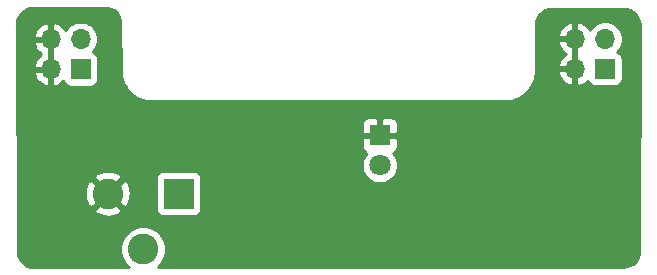
<source format=gbr>
G04 #@! TF.GenerationSoftware,KiCad,Pcbnew,5.1.5-52549c5~84~ubuntu18.04.1*
G04 #@! TF.CreationDate,2020-03-09T20:57:05+05:30*
G04 #@! TF.ProjectId,esdm,6573646d-2e6b-4696-9361-645f70636258,rev?*
G04 #@! TF.SameCoordinates,Original*
G04 #@! TF.FileFunction,Copper,L2,Bot*
G04 #@! TF.FilePolarity,Positive*
%FSLAX46Y46*%
G04 Gerber Fmt 4.6, Leading zero omitted, Abs format (unit mm)*
G04 Created by KiCad (PCBNEW 5.1.5-52549c5~84~ubuntu18.04.1) date 2020-03-09 20:57:05*
%MOMM*%
%LPD*%
G04 APERTURE LIST*
%ADD10R,2.600000X2.600000*%
%ADD11C,2.600000*%
%ADD12R,1.800000X1.800000*%
%ADD13C,1.800000*%
%ADD14R,1.700000X1.700000*%
%ADD15O,1.700000X1.700000*%
%ADD16C,0.254000*%
G04 APERTURE END LIST*
D10*
X129380000Y-72350000D03*
D11*
X123380000Y-72350000D03*
X126380000Y-77050000D03*
D12*
X146410000Y-67410000D03*
D13*
X146410000Y-69950000D03*
D14*
X165480000Y-61790000D03*
D15*
X165480000Y-59250000D03*
X162940000Y-61790000D03*
X162940000Y-59250000D03*
X118540000Y-59270000D03*
X118540000Y-61810000D03*
X121080000Y-59270000D03*
D14*
X121080000Y-61810000D03*
D16*
G36*
X123411889Y-56627863D02*
G01*
X123654184Y-56701016D01*
X123877658Y-56819839D01*
X124073792Y-56979802D01*
X124235125Y-57174818D01*
X124355505Y-57397456D01*
X124430347Y-57639236D01*
X124460053Y-57921864D01*
X124470083Y-61954060D01*
X124472848Y-61981439D01*
X124472764Y-61993501D01*
X124473664Y-62002672D01*
X124513649Y-62383103D01*
X124525668Y-62441654D01*
X124536885Y-62500457D01*
X124539549Y-62509279D01*
X124652664Y-62874697D01*
X124675828Y-62929802D01*
X124698253Y-62985307D01*
X124702580Y-62993443D01*
X124884518Y-63329930D01*
X124917963Y-63379514D01*
X124950723Y-63429577D01*
X124956547Y-63436718D01*
X125200379Y-63731459D01*
X125242811Y-63773597D01*
X125284677Y-63816349D01*
X125291778Y-63822223D01*
X125588214Y-64063989D01*
X125638022Y-64097082D01*
X125687396Y-64130889D01*
X125695502Y-64135272D01*
X126033251Y-64314856D01*
X126088566Y-64337655D01*
X126143538Y-64361216D01*
X126152341Y-64363941D01*
X126518540Y-64474503D01*
X126577234Y-64486125D01*
X126635731Y-64498559D01*
X126644896Y-64499522D01*
X127025595Y-64536850D01*
X127025601Y-64536850D01*
X127057361Y-64539989D01*
X157032198Y-64550010D01*
X157061328Y-64547151D01*
X157073501Y-64547236D01*
X157082672Y-64546336D01*
X157463103Y-64506351D01*
X157521654Y-64494332D01*
X157580457Y-64483115D01*
X157589279Y-64480451D01*
X157954697Y-64367336D01*
X158009802Y-64344172D01*
X158065307Y-64321747D01*
X158073443Y-64317420D01*
X158409930Y-64135482D01*
X158459514Y-64102037D01*
X158509577Y-64069277D01*
X158516718Y-64063453D01*
X158811459Y-63819621D01*
X158853597Y-63777189D01*
X158896349Y-63735323D01*
X158902223Y-63728222D01*
X159143989Y-63431786D01*
X159177082Y-63381978D01*
X159210889Y-63332604D01*
X159215272Y-63324498D01*
X159394856Y-62986749D01*
X159417655Y-62931434D01*
X159441216Y-62876462D01*
X159443941Y-62867659D01*
X159554503Y-62501460D01*
X159566125Y-62442766D01*
X159578559Y-62384269D01*
X159579522Y-62375104D01*
X159601898Y-62146891D01*
X161498519Y-62146891D01*
X161595843Y-62421252D01*
X161744822Y-62671355D01*
X161939731Y-62887588D01*
X162173080Y-63061641D01*
X162435901Y-63186825D01*
X162583110Y-63231476D01*
X162813000Y-63110155D01*
X162813000Y-61917000D01*
X161619186Y-61917000D01*
X161498519Y-62146891D01*
X159601898Y-62146891D01*
X159616850Y-61994405D01*
X159616850Y-61994402D01*
X159620000Y-61962419D01*
X159620000Y-59606891D01*
X161498519Y-59606891D01*
X161595843Y-59881252D01*
X161744822Y-60131355D01*
X161939731Y-60347588D01*
X162170880Y-60520000D01*
X161939731Y-60692412D01*
X161744822Y-60908645D01*
X161595843Y-61158748D01*
X161498519Y-61433109D01*
X161619186Y-61663000D01*
X162813000Y-61663000D01*
X162813000Y-59377000D01*
X161619186Y-59377000D01*
X161498519Y-59606891D01*
X159620000Y-59606891D01*
X159620000Y-58893109D01*
X161498519Y-58893109D01*
X161619186Y-59123000D01*
X162813000Y-59123000D01*
X162813000Y-57929845D01*
X163067000Y-57929845D01*
X163067000Y-59123000D01*
X163087000Y-59123000D01*
X163087000Y-59377000D01*
X163067000Y-59377000D01*
X163067000Y-61663000D01*
X163087000Y-61663000D01*
X163087000Y-61917000D01*
X163067000Y-61917000D01*
X163067000Y-63110155D01*
X163296890Y-63231476D01*
X163444099Y-63186825D01*
X163706920Y-63061641D01*
X163940269Y-62887588D01*
X164016034Y-62803534D01*
X164040498Y-62884180D01*
X164099463Y-62994494D01*
X164178815Y-63091185D01*
X164275506Y-63170537D01*
X164385820Y-63229502D01*
X164505518Y-63265812D01*
X164630000Y-63278072D01*
X166330000Y-63278072D01*
X166454482Y-63265812D01*
X166574180Y-63229502D01*
X166684494Y-63170537D01*
X166781185Y-63091185D01*
X166860537Y-62994494D01*
X166919502Y-62884180D01*
X166955812Y-62764482D01*
X166968072Y-62640000D01*
X166968072Y-60940000D01*
X166955812Y-60815518D01*
X166919502Y-60695820D01*
X166860537Y-60585506D01*
X166781185Y-60488815D01*
X166684494Y-60409463D01*
X166574180Y-60350498D01*
X166501620Y-60328487D01*
X166633475Y-60196632D01*
X166795990Y-59953411D01*
X166907932Y-59683158D01*
X166965000Y-59396260D01*
X166965000Y-59103740D01*
X166907932Y-58816842D01*
X166795990Y-58546589D01*
X166633475Y-58303368D01*
X166426632Y-58096525D01*
X166183411Y-57934010D01*
X165913158Y-57822068D01*
X165626260Y-57765000D01*
X165333740Y-57765000D01*
X165046842Y-57822068D01*
X164776589Y-57934010D01*
X164533368Y-58096525D01*
X164326525Y-58303368D01*
X164204805Y-58485534D01*
X164135178Y-58368645D01*
X163940269Y-58152412D01*
X163706920Y-57978359D01*
X163444099Y-57853175D01*
X163296890Y-57808524D01*
X163067000Y-57929845D01*
X162813000Y-57929845D01*
X162583110Y-57808524D01*
X162435901Y-57853175D01*
X162173080Y-57978359D01*
X161939731Y-58152412D01*
X161744822Y-58368645D01*
X161595843Y-58618748D01*
X161498519Y-58893109D01*
X159620000Y-58893109D01*
X159620000Y-58062279D01*
X159647863Y-57778111D01*
X159721016Y-57535816D01*
X159839839Y-57312342D01*
X159999802Y-57116208D01*
X160194818Y-56954875D01*
X160417456Y-56834495D01*
X160659236Y-56759653D01*
X160941360Y-56730000D01*
X167077721Y-56730000D01*
X167361889Y-56757863D01*
X167604184Y-56831016D01*
X167827658Y-56949839D01*
X168023792Y-57109802D01*
X168185125Y-57304818D01*
X168305505Y-57527456D01*
X168380347Y-57769236D01*
X168409978Y-58051155D01*
X168390034Y-77197374D01*
X168362137Y-77481889D01*
X168288984Y-77724184D01*
X168170161Y-77947658D01*
X168010196Y-78143794D01*
X167815181Y-78305125D01*
X167592544Y-78425505D01*
X167350764Y-78500348D01*
X167068517Y-78530013D01*
X127612497Y-78553677D01*
X127613491Y-78553013D01*
X127883013Y-78283491D01*
X128094775Y-77966566D01*
X128240639Y-77614419D01*
X128315000Y-77240581D01*
X128315000Y-76859419D01*
X128240639Y-76485581D01*
X128094775Y-76133434D01*
X127883013Y-75816509D01*
X127613491Y-75546987D01*
X127296566Y-75335225D01*
X126944419Y-75189361D01*
X126570581Y-75115000D01*
X126189419Y-75115000D01*
X125815581Y-75189361D01*
X125463434Y-75335225D01*
X125146509Y-75546987D01*
X124876987Y-75816509D01*
X124665225Y-76133434D01*
X124519361Y-76485581D01*
X124445000Y-76859419D01*
X124445000Y-77240581D01*
X124519361Y-77614419D01*
X124665225Y-77966566D01*
X124876987Y-78283491D01*
X125146509Y-78553013D01*
X125149714Y-78555154D01*
X117102086Y-78559981D01*
X116818111Y-78532137D01*
X116575816Y-78458984D01*
X116352342Y-78340161D01*
X116156206Y-78180196D01*
X115994875Y-77985181D01*
X115874495Y-77762544D01*
X115799652Y-77520764D01*
X115769934Y-77238017D01*
X115758945Y-73699224D01*
X122210381Y-73699224D01*
X122342317Y-73994312D01*
X122683045Y-74165159D01*
X123050557Y-74266250D01*
X123430729Y-74293701D01*
X123808951Y-74246457D01*
X124170690Y-74126333D01*
X124417683Y-73994312D01*
X124549619Y-73699224D01*
X123380000Y-72529605D01*
X122210381Y-73699224D01*
X115758945Y-73699224D01*
X115754912Y-72400729D01*
X121436299Y-72400729D01*
X121483543Y-72778951D01*
X121603667Y-73140690D01*
X121735688Y-73387683D01*
X122030776Y-73519619D01*
X123200395Y-72350000D01*
X123559605Y-72350000D01*
X124729224Y-73519619D01*
X125024312Y-73387683D01*
X125195159Y-73046955D01*
X125296250Y-72679443D01*
X125323701Y-72299271D01*
X125276457Y-71921049D01*
X125156333Y-71559310D01*
X125024312Y-71312317D01*
X124729224Y-71180381D01*
X123559605Y-72350000D01*
X123200395Y-72350000D01*
X122030776Y-71180381D01*
X121735688Y-71312317D01*
X121564841Y-71653045D01*
X121463750Y-72020557D01*
X121436299Y-72400729D01*
X115754912Y-72400729D01*
X115750565Y-71000776D01*
X122210381Y-71000776D01*
X123380000Y-72170395D01*
X124500395Y-71050000D01*
X127441928Y-71050000D01*
X127441928Y-73650000D01*
X127454188Y-73774482D01*
X127490498Y-73894180D01*
X127549463Y-74004494D01*
X127628815Y-74101185D01*
X127725506Y-74180537D01*
X127835820Y-74239502D01*
X127955518Y-74275812D01*
X128080000Y-74288072D01*
X130680000Y-74288072D01*
X130804482Y-74275812D01*
X130924180Y-74239502D01*
X131034494Y-74180537D01*
X131131185Y-74101185D01*
X131210537Y-74004494D01*
X131269502Y-73894180D01*
X131305812Y-73774482D01*
X131318072Y-73650000D01*
X131318072Y-71050000D01*
X131305812Y-70925518D01*
X131269502Y-70805820D01*
X131210537Y-70695506D01*
X131131185Y-70598815D01*
X131034494Y-70519463D01*
X130924180Y-70460498D01*
X130804482Y-70424188D01*
X130680000Y-70411928D01*
X128080000Y-70411928D01*
X127955518Y-70424188D01*
X127835820Y-70460498D01*
X127725506Y-70519463D01*
X127628815Y-70598815D01*
X127549463Y-70695506D01*
X127490498Y-70805820D01*
X127454188Y-70925518D01*
X127441928Y-71050000D01*
X124500395Y-71050000D01*
X124549619Y-71000776D01*
X124417683Y-70705688D01*
X124076955Y-70534841D01*
X123709443Y-70433750D01*
X123329271Y-70406299D01*
X122951049Y-70453543D01*
X122589310Y-70573667D01*
X122342317Y-70705688D01*
X122210381Y-71000776D01*
X115750565Y-71000776D01*
X115742209Y-68310000D01*
X144871928Y-68310000D01*
X144884188Y-68434482D01*
X144920498Y-68554180D01*
X144979463Y-68664494D01*
X145058815Y-68761185D01*
X145155506Y-68840537D01*
X145265820Y-68899502D01*
X145284127Y-68905056D01*
X145217688Y-68971495D01*
X145049701Y-69222905D01*
X144933989Y-69502257D01*
X144875000Y-69798816D01*
X144875000Y-70101184D01*
X144933989Y-70397743D01*
X145049701Y-70677095D01*
X145217688Y-70928505D01*
X145431495Y-71142312D01*
X145682905Y-71310299D01*
X145962257Y-71426011D01*
X146258816Y-71485000D01*
X146561184Y-71485000D01*
X146857743Y-71426011D01*
X147137095Y-71310299D01*
X147388505Y-71142312D01*
X147602312Y-70928505D01*
X147770299Y-70677095D01*
X147886011Y-70397743D01*
X147945000Y-70101184D01*
X147945000Y-69798816D01*
X147886011Y-69502257D01*
X147770299Y-69222905D01*
X147602312Y-68971495D01*
X147535873Y-68905056D01*
X147554180Y-68899502D01*
X147664494Y-68840537D01*
X147761185Y-68761185D01*
X147840537Y-68664494D01*
X147899502Y-68554180D01*
X147935812Y-68434482D01*
X147948072Y-68310000D01*
X147945000Y-67695750D01*
X147786250Y-67537000D01*
X146537000Y-67537000D01*
X146537000Y-67557000D01*
X146283000Y-67557000D01*
X146283000Y-67537000D01*
X145033750Y-67537000D01*
X144875000Y-67695750D01*
X144871928Y-68310000D01*
X115742209Y-68310000D01*
X115736619Y-66510000D01*
X144871928Y-66510000D01*
X144875000Y-67124250D01*
X145033750Y-67283000D01*
X146283000Y-67283000D01*
X146283000Y-66033750D01*
X146537000Y-66033750D01*
X146537000Y-67283000D01*
X147786250Y-67283000D01*
X147945000Y-67124250D01*
X147948072Y-66510000D01*
X147935812Y-66385518D01*
X147899502Y-66265820D01*
X147840537Y-66155506D01*
X147761185Y-66058815D01*
X147664494Y-65979463D01*
X147554180Y-65920498D01*
X147434482Y-65884188D01*
X147310000Y-65871928D01*
X146695750Y-65875000D01*
X146537000Y-66033750D01*
X146283000Y-66033750D01*
X146124250Y-65875000D01*
X145510000Y-65871928D01*
X145385518Y-65884188D01*
X145265820Y-65920498D01*
X145155506Y-65979463D01*
X145058815Y-66058815D01*
X144979463Y-66155506D01*
X144920498Y-66265820D01*
X144884188Y-66385518D01*
X144871928Y-66510000D01*
X115736619Y-66510000D01*
X115723130Y-62166891D01*
X117098519Y-62166891D01*
X117195843Y-62441252D01*
X117344822Y-62691355D01*
X117539731Y-62907588D01*
X117773080Y-63081641D01*
X118035901Y-63206825D01*
X118183110Y-63251476D01*
X118413000Y-63130155D01*
X118413000Y-61937000D01*
X117219186Y-61937000D01*
X117098519Y-62166891D01*
X115723130Y-62166891D01*
X115715242Y-59626891D01*
X117098519Y-59626891D01*
X117195843Y-59901252D01*
X117344822Y-60151355D01*
X117539731Y-60367588D01*
X117770880Y-60540000D01*
X117539731Y-60712412D01*
X117344822Y-60928645D01*
X117195843Y-61178748D01*
X117098519Y-61453109D01*
X117219186Y-61683000D01*
X118413000Y-61683000D01*
X118413000Y-59397000D01*
X117219186Y-59397000D01*
X117098519Y-59626891D01*
X115715242Y-59626891D01*
X115713026Y-58913109D01*
X117098519Y-58913109D01*
X117219186Y-59143000D01*
X118413000Y-59143000D01*
X118413000Y-57949845D01*
X118667000Y-57949845D01*
X118667000Y-59143000D01*
X118687000Y-59143000D01*
X118687000Y-59397000D01*
X118667000Y-59397000D01*
X118667000Y-61683000D01*
X118687000Y-61683000D01*
X118687000Y-61937000D01*
X118667000Y-61937000D01*
X118667000Y-63130155D01*
X118896890Y-63251476D01*
X119044099Y-63206825D01*
X119306920Y-63081641D01*
X119540269Y-62907588D01*
X119616034Y-62823534D01*
X119640498Y-62904180D01*
X119699463Y-63014494D01*
X119778815Y-63111185D01*
X119875506Y-63190537D01*
X119985820Y-63249502D01*
X120105518Y-63285812D01*
X120230000Y-63298072D01*
X121930000Y-63298072D01*
X122054482Y-63285812D01*
X122174180Y-63249502D01*
X122284494Y-63190537D01*
X122381185Y-63111185D01*
X122460537Y-63014494D01*
X122519502Y-62904180D01*
X122555812Y-62784482D01*
X122568072Y-62660000D01*
X122568072Y-60960000D01*
X122555812Y-60835518D01*
X122519502Y-60715820D01*
X122460537Y-60605506D01*
X122381185Y-60508815D01*
X122284494Y-60429463D01*
X122174180Y-60370498D01*
X122101620Y-60348487D01*
X122233475Y-60216632D01*
X122395990Y-59973411D01*
X122507932Y-59703158D01*
X122565000Y-59416260D01*
X122565000Y-59123740D01*
X122507932Y-58836842D01*
X122395990Y-58566589D01*
X122233475Y-58323368D01*
X122026632Y-58116525D01*
X121783411Y-57954010D01*
X121513158Y-57842068D01*
X121226260Y-57785000D01*
X120933740Y-57785000D01*
X120646842Y-57842068D01*
X120376589Y-57954010D01*
X120133368Y-58116525D01*
X119926525Y-58323368D01*
X119804805Y-58505534D01*
X119735178Y-58388645D01*
X119540269Y-58172412D01*
X119306920Y-57998359D01*
X119044099Y-57873175D01*
X118896890Y-57828524D01*
X118667000Y-57949845D01*
X118413000Y-57949845D01*
X118183110Y-57828524D01*
X118035901Y-57873175D01*
X117773080Y-57998359D01*
X117539731Y-58172412D01*
X117344822Y-58388645D01*
X117195843Y-58638748D01*
X117098519Y-58913109D01*
X115713026Y-58913109D01*
X115710100Y-57971258D01*
X115737863Y-57688111D01*
X115811016Y-57445816D01*
X115929839Y-57222342D01*
X116089802Y-57026208D01*
X116284818Y-56864875D01*
X116507456Y-56744495D01*
X116749236Y-56669653D01*
X117032636Y-56639866D01*
X123129861Y-56600210D01*
X123411889Y-56627863D01*
G37*
X123411889Y-56627863D02*
X123654184Y-56701016D01*
X123877658Y-56819839D01*
X124073792Y-56979802D01*
X124235125Y-57174818D01*
X124355505Y-57397456D01*
X124430347Y-57639236D01*
X124460053Y-57921864D01*
X124470083Y-61954060D01*
X124472848Y-61981439D01*
X124472764Y-61993501D01*
X124473664Y-62002672D01*
X124513649Y-62383103D01*
X124525668Y-62441654D01*
X124536885Y-62500457D01*
X124539549Y-62509279D01*
X124652664Y-62874697D01*
X124675828Y-62929802D01*
X124698253Y-62985307D01*
X124702580Y-62993443D01*
X124884518Y-63329930D01*
X124917963Y-63379514D01*
X124950723Y-63429577D01*
X124956547Y-63436718D01*
X125200379Y-63731459D01*
X125242811Y-63773597D01*
X125284677Y-63816349D01*
X125291778Y-63822223D01*
X125588214Y-64063989D01*
X125638022Y-64097082D01*
X125687396Y-64130889D01*
X125695502Y-64135272D01*
X126033251Y-64314856D01*
X126088566Y-64337655D01*
X126143538Y-64361216D01*
X126152341Y-64363941D01*
X126518540Y-64474503D01*
X126577234Y-64486125D01*
X126635731Y-64498559D01*
X126644896Y-64499522D01*
X127025595Y-64536850D01*
X127025601Y-64536850D01*
X127057361Y-64539989D01*
X157032198Y-64550010D01*
X157061328Y-64547151D01*
X157073501Y-64547236D01*
X157082672Y-64546336D01*
X157463103Y-64506351D01*
X157521654Y-64494332D01*
X157580457Y-64483115D01*
X157589279Y-64480451D01*
X157954697Y-64367336D01*
X158009802Y-64344172D01*
X158065307Y-64321747D01*
X158073443Y-64317420D01*
X158409930Y-64135482D01*
X158459514Y-64102037D01*
X158509577Y-64069277D01*
X158516718Y-64063453D01*
X158811459Y-63819621D01*
X158853597Y-63777189D01*
X158896349Y-63735323D01*
X158902223Y-63728222D01*
X159143989Y-63431786D01*
X159177082Y-63381978D01*
X159210889Y-63332604D01*
X159215272Y-63324498D01*
X159394856Y-62986749D01*
X159417655Y-62931434D01*
X159441216Y-62876462D01*
X159443941Y-62867659D01*
X159554503Y-62501460D01*
X159566125Y-62442766D01*
X159578559Y-62384269D01*
X159579522Y-62375104D01*
X159601898Y-62146891D01*
X161498519Y-62146891D01*
X161595843Y-62421252D01*
X161744822Y-62671355D01*
X161939731Y-62887588D01*
X162173080Y-63061641D01*
X162435901Y-63186825D01*
X162583110Y-63231476D01*
X162813000Y-63110155D01*
X162813000Y-61917000D01*
X161619186Y-61917000D01*
X161498519Y-62146891D01*
X159601898Y-62146891D01*
X159616850Y-61994405D01*
X159616850Y-61994402D01*
X159620000Y-61962419D01*
X159620000Y-59606891D01*
X161498519Y-59606891D01*
X161595843Y-59881252D01*
X161744822Y-60131355D01*
X161939731Y-60347588D01*
X162170880Y-60520000D01*
X161939731Y-60692412D01*
X161744822Y-60908645D01*
X161595843Y-61158748D01*
X161498519Y-61433109D01*
X161619186Y-61663000D01*
X162813000Y-61663000D01*
X162813000Y-59377000D01*
X161619186Y-59377000D01*
X161498519Y-59606891D01*
X159620000Y-59606891D01*
X159620000Y-58893109D01*
X161498519Y-58893109D01*
X161619186Y-59123000D01*
X162813000Y-59123000D01*
X162813000Y-57929845D01*
X163067000Y-57929845D01*
X163067000Y-59123000D01*
X163087000Y-59123000D01*
X163087000Y-59377000D01*
X163067000Y-59377000D01*
X163067000Y-61663000D01*
X163087000Y-61663000D01*
X163087000Y-61917000D01*
X163067000Y-61917000D01*
X163067000Y-63110155D01*
X163296890Y-63231476D01*
X163444099Y-63186825D01*
X163706920Y-63061641D01*
X163940269Y-62887588D01*
X164016034Y-62803534D01*
X164040498Y-62884180D01*
X164099463Y-62994494D01*
X164178815Y-63091185D01*
X164275506Y-63170537D01*
X164385820Y-63229502D01*
X164505518Y-63265812D01*
X164630000Y-63278072D01*
X166330000Y-63278072D01*
X166454482Y-63265812D01*
X166574180Y-63229502D01*
X166684494Y-63170537D01*
X166781185Y-63091185D01*
X166860537Y-62994494D01*
X166919502Y-62884180D01*
X166955812Y-62764482D01*
X166968072Y-62640000D01*
X166968072Y-60940000D01*
X166955812Y-60815518D01*
X166919502Y-60695820D01*
X166860537Y-60585506D01*
X166781185Y-60488815D01*
X166684494Y-60409463D01*
X166574180Y-60350498D01*
X166501620Y-60328487D01*
X166633475Y-60196632D01*
X166795990Y-59953411D01*
X166907932Y-59683158D01*
X166965000Y-59396260D01*
X166965000Y-59103740D01*
X166907932Y-58816842D01*
X166795990Y-58546589D01*
X166633475Y-58303368D01*
X166426632Y-58096525D01*
X166183411Y-57934010D01*
X165913158Y-57822068D01*
X165626260Y-57765000D01*
X165333740Y-57765000D01*
X165046842Y-57822068D01*
X164776589Y-57934010D01*
X164533368Y-58096525D01*
X164326525Y-58303368D01*
X164204805Y-58485534D01*
X164135178Y-58368645D01*
X163940269Y-58152412D01*
X163706920Y-57978359D01*
X163444099Y-57853175D01*
X163296890Y-57808524D01*
X163067000Y-57929845D01*
X162813000Y-57929845D01*
X162583110Y-57808524D01*
X162435901Y-57853175D01*
X162173080Y-57978359D01*
X161939731Y-58152412D01*
X161744822Y-58368645D01*
X161595843Y-58618748D01*
X161498519Y-58893109D01*
X159620000Y-58893109D01*
X159620000Y-58062279D01*
X159647863Y-57778111D01*
X159721016Y-57535816D01*
X159839839Y-57312342D01*
X159999802Y-57116208D01*
X160194818Y-56954875D01*
X160417456Y-56834495D01*
X160659236Y-56759653D01*
X160941360Y-56730000D01*
X167077721Y-56730000D01*
X167361889Y-56757863D01*
X167604184Y-56831016D01*
X167827658Y-56949839D01*
X168023792Y-57109802D01*
X168185125Y-57304818D01*
X168305505Y-57527456D01*
X168380347Y-57769236D01*
X168409978Y-58051155D01*
X168390034Y-77197374D01*
X168362137Y-77481889D01*
X168288984Y-77724184D01*
X168170161Y-77947658D01*
X168010196Y-78143794D01*
X167815181Y-78305125D01*
X167592544Y-78425505D01*
X167350764Y-78500348D01*
X167068517Y-78530013D01*
X127612497Y-78553677D01*
X127613491Y-78553013D01*
X127883013Y-78283491D01*
X128094775Y-77966566D01*
X128240639Y-77614419D01*
X128315000Y-77240581D01*
X128315000Y-76859419D01*
X128240639Y-76485581D01*
X128094775Y-76133434D01*
X127883013Y-75816509D01*
X127613491Y-75546987D01*
X127296566Y-75335225D01*
X126944419Y-75189361D01*
X126570581Y-75115000D01*
X126189419Y-75115000D01*
X125815581Y-75189361D01*
X125463434Y-75335225D01*
X125146509Y-75546987D01*
X124876987Y-75816509D01*
X124665225Y-76133434D01*
X124519361Y-76485581D01*
X124445000Y-76859419D01*
X124445000Y-77240581D01*
X124519361Y-77614419D01*
X124665225Y-77966566D01*
X124876987Y-78283491D01*
X125146509Y-78553013D01*
X125149714Y-78555154D01*
X117102086Y-78559981D01*
X116818111Y-78532137D01*
X116575816Y-78458984D01*
X116352342Y-78340161D01*
X116156206Y-78180196D01*
X115994875Y-77985181D01*
X115874495Y-77762544D01*
X115799652Y-77520764D01*
X115769934Y-77238017D01*
X115758945Y-73699224D01*
X122210381Y-73699224D01*
X122342317Y-73994312D01*
X122683045Y-74165159D01*
X123050557Y-74266250D01*
X123430729Y-74293701D01*
X123808951Y-74246457D01*
X124170690Y-74126333D01*
X124417683Y-73994312D01*
X124549619Y-73699224D01*
X123380000Y-72529605D01*
X122210381Y-73699224D01*
X115758945Y-73699224D01*
X115754912Y-72400729D01*
X121436299Y-72400729D01*
X121483543Y-72778951D01*
X121603667Y-73140690D01*
X121735688Y-73387683D01*
X122030776Y-73519619D01*
X123200395Y-72350000D01*
X123559605Y-72350000D01*
X124729224Y-73519619D01*
X125024312Y-73387683D01*
X125195159Y-73046955D01*
X125296250Y-72679443D01*
X125323701Y-72299271D01*
X125276457Y-71921049D01*
X125156333Y-71559310D01*
X125024312Y-71312317D01*
X124729224Y-71180381D01*
X123559605Y-72350000D01*
X123200395Y-72350000D01*
X122030776Y-71180381D01*
X121735688Y-71312317D01*
X121564841Y-71653045D01*
X121463750Y-72020557D01*
X121436299Y-72400729D01*
X115754912Y-72400729D01*
X115750565Y-71000776D01*
X122210381Y-71000776D01*
X123380000Y-72170395D01*
X124500395Y-71050000D01*
X127441928Y-71050000D01*
X127441928Y-73650000D01*
X127454188Y-73774482D01*
X127490498Y-73894180D01*
X127549463Y-74004494D01*
X127628815Y-74101185D01*
X127725506Y-74180537D01*
X127835820Y-74239502D01*
X127955518Y-74275812D01*
X128080000Y-74288072D01*
X130680000Y-74288072D01*
X130804482Y-74275812D01*
X130924180Y-74239502D01*
X131034494Y-74180537D01*
X131131185Y-74101185D01*
X131210537Y-74004494D01*
X131269502Y-73894180D01*
X131305812Y-73774482D01*
X131318072Y-73650000D01*
X131318072Y-71050000D01*
X131305812Y-70925518D01*
X131269502Y-70805820D01*
X131210537Y-70695506D01*
X131131185Y-70598815D01*
X131034494Y-70519463D01*
X130924180Y-70460498D01*
X130804482Y-70424188D01*
X130680000Y-70411928D01*
X128080000Y-70411928D01*
X127955518Y-70424188D01*
X127835820Y-70460498D01*
X127725506Y-70519463D01*
X127628815Y-70598815D01*
X127549463Y-70695506D01*
X127490498Y-70805820D01*
X127454188Y-70925518D01*
X127441928Y-71050000D01*
X124500395Y-71050000D01*
X124549619Y-71000776D01*
X124417683Y-70705688D01*
X124076955Y-70534841D01*
X123709443Y-70433750D01*
X123329271Y-70406299D01*
X122951049Y-70453543D01*
X122589310Y-70573667D01*
X122342317Y-70705688D01*
X122210381Y-71000776D01*
X115750565Y-71000776D01*
X115742209Y-68310000D01*
X144871928Y-68310000D01*
X144884188Y-68434482D01*
X144920498Y-68554180D01*
X144979463Y-68664494D01*
X145058815Y-68761185D01*
X145155506Y-68840537D01*
X145265820Y-68899502D01*
X145284127Y-68905056D01*
X145217688Y-68971495D01*
X145049701Y-69222905D01*
X144933989Y-69502257D01*
X144875000Y-69798816D01*
X144875000Y-70101184D01*
X144933989Y-70397743D01*
X145049701Y-70677095D01*
X145217688Y-70928505D01*
X145431495Y-71142312D01*
X145682905Y-71310299D01*
X145962257Y-71426011D01*
X146258816Y-71485000D01*
X146561184Y-71485000D01*
X146857743Y-71426011D01*
X147137095Y-71310299D01*
X147388505Y-71142312D01*
X147602312Y-70928505D01*
X147770299Y-70677095D01*
X147886011Y-70397743D01*
X147945000Y-70101184D01*
X147945000Y-69798816D01*
X147886011Y-69502257D01*
X147770299Y-69222905D01*
X147602312Y-68971495D01*
X147535873Y-68905056D01*
X147554180Y-68899502D01*
X147664494Y-68840537D01*
X147761185Y-68761185D01*
X147840537Y-68664494D01*
X147899502Y-68554180D01*
X147935812Y-68434482D01*
X147948072Y-68310000D01*
X147945000Y-67695750D01*
X147786250Y-67537000D01*
X146537000Y-67537000D01*
X146537000Y-67557000D01*
X146283000Y-67557000D01*
X146283000Y-67537000D01*
X145033750Y-67537000D01*
X144875000Y-67695750D01*
X144871928Y-68310000D01*
X115742209Y-68310000D01*
X115736619Y-66510000D01*
X144871928Y-66510000D01*
X144875000Y-67124250D01*
X145033750Y-67283000D01*
X146283000Y-67283000D01*
X146283000Y-66033750D01*
X146537000Y-66033750D01*
X146537000Y-67283000D01*
X147786250Y-67283000D01*
X147945000Y-67124250D01*
X147948072Y-66510000D01*
X147935812Y-66385518D01*
X147899502Y-66265820D01*
X147840537Y-66155506D01*
X147761185Y-66058815D01*
X147664494Y-65979463D01*
X147554180Y-65920498D01*
X147434482Y-65884188D01*
X147310000Y-65871928D01*
X146695750Y-65875000D01*
X146537000Y-66033750D01*
X146283000Y-66033750D01*
X146124250Y-65875000D01*
X145510000Y-65871928D01*
X145385518Y-65884188D01*
X145265820Y-65920498D01*
X145155506Y-65979463D01*
X145058815Y-66058815D01*
X144979463Y-66155506D01*
X144920498Y-66265820D01*
X144884188Y-66385518D01*
X144871928Y-66510000D01*
X115736619Y-66510000D01*
X115723130Y-62166891D01*
X117098519Y-62166891D01*
X117195843Y-62441252D01*
X117344822Y-62691355D01*
X117539731Y-62907588D01*
X117773080Y-63081641D01*
X118035901Y-63206825D01*
X118183110Y-63251476D01*
X118413000Y-63130155D01*
X118413000Y-61937000D01*
X117219186Y-61937000D01*
X117098519Y-62166891D01*
X115723130Y-62166891D01*
X115715242Y-59626891D01*
X117098519Y-59626891D01*
X117195843Y-59901252D01*
X117344822Y-60151355D01*
X117539731Y-60367588D01*
X117770880Y-60540000D01*
X117539731Y-60712412D01*
X117344822Y-60928645D01*
X117195843Y-61178748D01*
X117098519Y-61453109D01*
X117219186Y-61683000D01*
X118413000Y-61683000D01*
X118413000Y-59397000D01*
X117219186Y-59397000D01*
X117098519Y-59626891D01*
X115715242Y-59626891D01*
X115713026Y-58913109D01*
X117098519Y-58913109D01*
X117219186Y-59143000D01*
X118413000Y-59143000D01*
X118413000Y-57949845D01*
X118667000Y-57949845D01*
X118667000Y-59143000D01*
X118687000Y-59143000D01*
X118687000Y-59397000D01*
X118667000Y-59397000D01*
X118667000Y-61683000D01*
X118687000Y-61683000D01*
X118687000Y-61937000D01*
X118667000Y-61937000D01*
X118667000Y-63130155D01*
X118896890Y-63251476D01*
X119044099Y-63206825D01*
X119306920Y-63081641D01*
X119540269Y-62907588D01*
X119616034Y-62823534D01*
X119640498Y-62904180D01*
X119699463Y-63014494D01*
X119778815Y-63111185D01*
X119875506Y-63190537D01*
X119985820Y-63249502D01*
X120105518Y-63285812D01*
X120230000Y-63298072D01*
X121930000Y-63298072D01*
X122054482Y-63285812D01*
X122174180Y-63249502D01*
X122284494Y-63190537D01*
X122381185Y-63111185D01*
X122460537Y-63014494D01*
X122519502Y-62904180D01*
X122555812Y-62784482D01*
X122568072Y-62660000D01*
X122568072Y-60960000D01*
X122555812Y-60835518D01*
X122519502Y-60715820D01*
X122460537Y-60605506D01*
X122381185Y-60508815D01*
X122284494Y-60429463D01*
X122174180Y-60370498D01*
X122101620Y-60348487D01*
X122233475Y-60216632D01*
X122395990Y-59973411D01*
X122507932Y-59703158D01*
X122565000Y-59416260D01*
X122565000Y-59123740D01*
X122507932Y-58836842D01*
X122395990Y-58566589D01*
X122233475Y-58323368D01*
X122026632Y-58116525D01*
X121783411Y-57954010D01*
X121513158Y-57842068D01*
X121226260Y-57785000D01*
X120933740Y-57785000D01*
X120646842Y-57842068D01*
X120376589Y-57954010D01*
X120133368Y-58116525D01*
X119926525Y-58323368D01*
X119804805Y-58505534D01*
X119735178Y-58388645D01*
X119540269Y-58172412D01*
X119306920Y-57998359D01*
X119044099Y-57873175D01*
X118896890Y-57828524D01*
X118667000Y-57949845D01*
X118413000Y-57949845D01*
X118183110Y-57828524D01*
X118035901Y-57873175D01*
X117773080Y-57998359D01*
X117539731Y-58172412D01*
X117344822Y-58388645D01*
X117195843Y-58638748D01*
X117098519Y-58913109D01*
X115713026Y-58913109D01*
X115710100Y-57971258D01*
X115737863Y-57688111D01*
X115811016Y-57445816D01*
X115929839Y-57222342D01*
X116089802Y-57026208D01*
X116284818Y-56864875D01*
X116507456Y-56744495D01*
X116749236Y-56669653D01*
X117032636Y-56639866D01*
X123129861Y-56600210D01*
X123411889Y-56627863D01*
M02*

</source>
